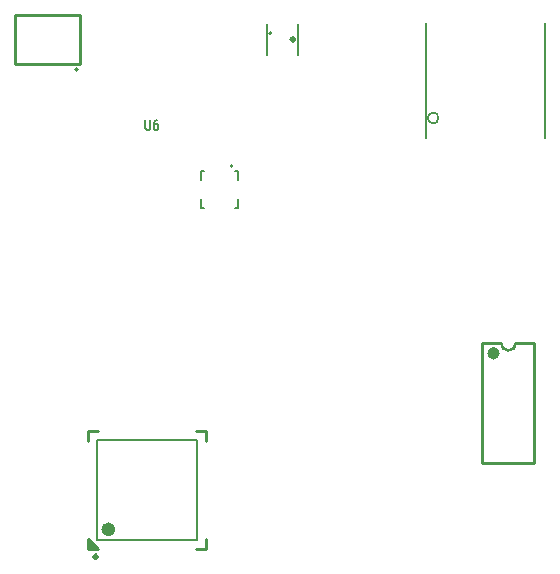
<source format=gbr>
%TF.GenerationSoftware,KiCad,Pcbnew,9.0.3*%
%TF.CreationDate,2026-01-16T17:31:19-07:00*%
%TF.ProjectId,Board1,426f6172-6431-42e6-9b69-6361645f7063,rev?*%
%TF.SameCoordinates,Original*%
%TF.FileFunction,Legend,Top*%
%TF.FilePolarity,Positive*%
%FSLAX46Y46*%
G04 Gerber Fmt 4.6, Leading zero omitted, Abs format (unit mm)*
G04 Created by KiCad (PCBNEW 9.0.3) date 2026-01-16 17:31:19*
%MOMM*%
%LPD*%
G01*
G04 APERTURE LIST*
%ADD10C,0.152500*%
%ADD11C,0.254000*%
%ADD12C,0.200000*%
%ADD13C,0.300000*%
%ADD14C,0.600000*%
%ADD15C,0.000000*%
%ADD16C,0.150000*%
G04 APERTURE END LIST*
D10*
X122482411Y-63849665D02*
X122482411Y-64497284D01*
X122482411Y-64497284D02*
X122515078Y-64573474D01*
X122515078Y-64573474D02*
X122547744Y-64611570D01*
X122547744Y-64611570D02*
X122613078Y-64649665D01*
X122613078Y-64649665D02*
X122743744Y-64649665D01*
X122743744Y-64649665D02*
X122809078Y-64611570D01*
X122809078Y-64611570D02*
X122841744Y-64573474D01*
X122841744Y-64573474D02*
X122874411Y-64497284D01*
X122874411Y-64497284D02*
X122874411Y-63849665D01*
X123495078Y-63849665D02*
X123364411Y-63849665D01*
X123364411Y-63849665D02*
X123299078Y-63887760D01*
X123299078Y-63887760D02*
X123266411Y-63925855D01*
X123266411Y-63925855D02*
X123201078Y-64040141D01*
X123201078Y-64040141D02*
X123168411Y-64192522D01*
X123168411Y-64192522D02*
X123168411Y-64497284D01*
X123168411Y-64497284D02*
X123201078Y-64573474D01*
X123201078Y-64573474D02*
X123233745Y-64611570D01*
X123233745Y-64611570D02*
X123299078Y-64649665D01*
X123299078Y-64649665D02*
X123429745Y-64649665D01*
X123429745Y-64649665D02*
X123495078Y-64611570D01*
X123495078Y-64611570D02*
X123527745Y-64573474D01*
X123527745Y-64573474D02*
X123560411Y-64497284D01*
X123560411Y-64497284D02*
X123560411Y-64306808D01*
X123560411Y-64306808D02*
X123527745Y-64230617D01*
X123527745Y-64230617D02*
X123495078Y-64192522D01*
X123495078Y-64192522D02*
X123429745Y-64154427D01*
X123429745Y-64154427D02*
X123299078Y-64154427D01*
X123299078Y-64154427D02*
X123233745Y-64192522D01*
X123233745Y-64192522D02*
X123201078Y-64230617D01*
X123201078Y-64230617D02*
X123168411Y-64306808D01*
D11*
%TO.C,U1*%
X117629750Y-90156500D02*
X118498750Y-90156500D01*
X117629750Y-91025500D02*
X117629750Y-90156500D01*
X117629750Y-99287500D02*
X118498750Y-100156500D01*
X117629750Y-100156500D02*
X117629750Y-99287500D01*
D12*
X118379750Y-90906500D02*
X118379750Y-99406500D01*
X118379750Y-99406500D02*
X126879750Y-99406500D01*
D11*
X118498750Y-100156500D02*
X117629750Y-100156500D01*
D12*
X126879750Y-90906500D02*
X118379750Y-90906500D01*
X126879750Y-99406500D02*
X126879750Y-90906500D01*
D11*
X127629750Y-90156500D02*
X126760750Y-90156500D01*
X127629750Y-90156500D02*
X127629750Y-91025500D01*
X127629750Y-99287500D02*
X127629750Y-100156500D01*
X127629750Y-100156500D02*
X126760750Y-100156500D01*
D13*
X118271250Y-100646500D02*
G75*
G02*
X118268250Y-100646500I-1500J-150000D01*
G01*
D14*
X119335250Y-98181500D02*
G75*
G02*
X119330250Y-98181500I-2500J-300000D01*
G01*
D15*
G36*
X118498750Y-100156500D02*
G01*
X117629750Y-100156500D01*
X117629750Y-99287500D01*
X118498750Y-100156500D01*
G37*
D10*
%TO.C,U4*%
X127185750Y-68140500D02*
X127431250Y-68140500D01*
X127185750Y-68886000D02*
X127185750Y-68140500D01*
X127185750Y-70547000D02*
X127185750Y-71292500D01*
X127185750Y-71292500D02*
X127431250Y-71292500D01*
X130337750Y-68140500D02*
X130092250Y-68140500D01*
X130337750Y-68886000D02*
X130337750Y-68140500D01*
X130337750Y-70547000D02*
X130337750Y-71292500D01*
X130337750Y-71292500D02*
X130092250Y-71292500D01*
D16*
X129836750Y-67706500D02*
G75*
G02*
X129686750Y-67706500I-75000J0D01*
G01*
X129686750Y-67706500D02*
G75*
G02*
X129836750Y-67706500I75000J0D01*
G01*
D11*
%TO.C,U6*%
X151020250Y-82684000D02*
X151020250Y-92844000D01*
X152576250Y-82684000D02*
X151020250Y-82684000D01*
X153855250Y-82684000D02*
X155420250Y-82684000D01*
X155420250Y-82684000D02*
X155420250Y-92844000D01*
X155420250Y-92844000D02*
X151061250Y-92844000D01*
X153855250Y-82684000D02*
G75*
G02*
X152576250Y-82684000I-639500J0D01*
G01*
D15*
G36*
X151950250Y-83042000D02*
G01*
X151950250Y-83042000D01*
G75*
G02*
X151950250Y-84104000I3550J-531000D01*
G01*
X151950250Y-84104000D01*
G75*
G02*
X151950250Y-83042000I-3550J531000D01*
G01*
X151950250Y-83042000D01*
G37*
D12*
%TO.C,U5*%
X146236750Y-65319000D02*
X146236750Y-55619000D01*
X156336750Y-65319000D02*
X156336750Y-55619000D01*
X147299750Y-63644000D02*
G75*
G02*
X146383750Y-63644000I-458000J0D01*
G01*
X146383750Y-63644000D02*
G75*
G02*
X147299750Y-63644000I458000J0D01*
G01*
D11*
%TO.C,U3*%
X111425000Y-59071000D02*
X111425000Y-54905000D01*
X111425000Y-59071000D02*
X116925000Y-59071000D01*
X116925000Y-54905000D02*
X111425000Y-54905000D01*
X116925000Y-59071500D02*
X116925000Y-54905000D01*
D12*
X116745000Y-59551000D02*
G75*
G02*
X116545000Y-59551000I-100000J0D01*
G01*
X116545000Y-59551000D02*
G75*
G02*
X116745000Y-59551000I100000J0D01*
G01*
D10*
%TO.C,U2*%
X132744250Y-55662000D02*
X132744250Y-58314000D01*
X135396250Y-55662000D02*
X135396250Y-58314000D01*
D12*
X133154250Y-56480000D02*
G75*
G02*
X132954250Y-56480000I-100000J0D01*
G01*
X132954250Y-56480000D02*
G75*
G02*
X133154250Y-56480000I100000J0D01*
G01*
D13*
X135109250Y-56988000D02*
G75*
G02*
X134809250Y-56988000I-150000J0D01*
G01*
X134809250Y-56988000D02*
G75*
G02*
X135109250Y-56988000I150000J0D01*
G01*
%TD*%
M02*

</source>
